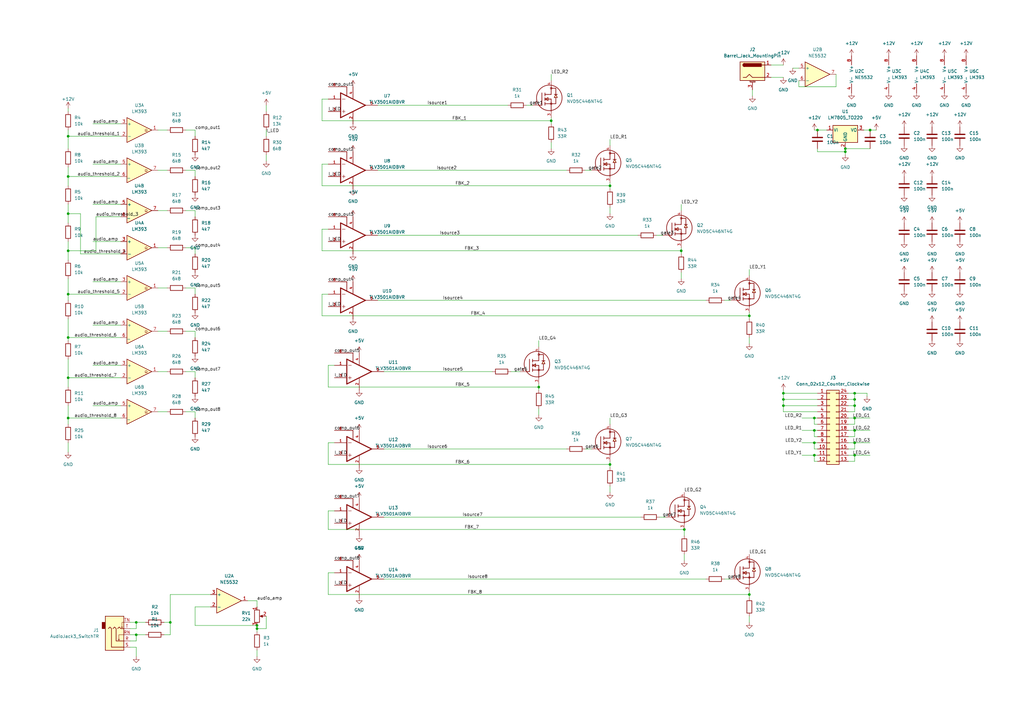
<source format=kicad_sch>
(kicad_sch (version 20231120) (generator "eeschema") (generator_version "8.0")
  (paper "A3")
  (title_block (title "VU meter") (date "2023-01-01") (rev "1.2") (company "Maks & Nikodem"))
  (lib_symbols
    (symbol "Amplifier_Operational:NE5532" (pin_names (offset 0.127))
      (property "Reference" "U" (at 0 5.08 0))
      (property "Value" "NE5532" (at 0 -5.08 0))
      (symbol "NE5532_1_1"
        (pin output line (at 7.62 0 180) (length 2.54) (name "~") (number "1"))
        (pin input line (at -7.62 -2.54 0) (length 2.54) (name "-") (number "2"))
        (pin input line (at -7.62 2.54 0) (length 2.54) (name "+") (number "3"))
      )
      (symbol "NE5532_2_1"
        (pin input line (at -7.62 2.54 0) (length 2.54) (name "+") (number "5"))
        (pin input line (at -7.62 -2.54 0) (length 2.54) (name "-") (number "6"))
        (pin output line (at 7.62 0 180) (length 2.54) (name "~") (number "7"))
      )
      (symbol "NE5532_3_1"
        (pin power_in line (at -2.54 -7.62 90) (length 3.81) (name "V-") (number "4"))
        (pin power_in line (at -2.54 7.62 270) (length 3.81) (name "V+") (number "8"))
      )
    )
    (symbol "Comparator:LM393" (pin_names (offset 0.127))
      (property "Reference" "U" (at 3.81 3.81 0))
      (property "Value" "LM393" (at 6.35 -3.81 0))
      (symbol "LM393_1_1"
        (pin open_collector line (at 7.62 0 180) (length 2.54) (name "~") (number "1"))
        (pin input line (at -7.62 -2.54 0) (length 2.54) (name "-") (number "2"))
        (pin input line (at -7.62 2.54 0) (length 2.54) (name "+") (number "3"))
      )
      (symbol "LM393_2_1"
        (pin input line (at -7.62 2.54 0) (length 2.54) (name "+") (number "5"))
        (pin input line (at -7.62 -2.54 0) (length 2.54) (name "_") (number "6"))
        (pin open_collector line (at 7.62 0 180) (length 2.54) (name "~") (number "7"))
      )
      (symbol "LM393_3_1"
        (pin power_in line (at -2.54 -7.62 90) (length 3.81) (name "V-") (number "4"))
        (pin power_in line (at -2.54 7.62 270) (length 3.81) (name "V+") (number "8"))
      )
    )
    (symbol "Connector:AudioJack3_SwitchTR"
      (property "Reference" "J" (at 0 8.89 0))
      (property "Value" "AudioJack3_SwitchTR" (at 0 6.35 0))
      (symbol "AudioJack3_SwitchTR_1_1"
        (pin passive line (at 5.08 0 180) (length 2.54) (name "~") (number "R"))
        (pin passive line (at 5.08 -2.54 180) (length 2.54) (name "~") (number "RN"))
        (pin passive line (at 5.08 2.54 180) (length 2.54) (name "~") (number "S"))
        (pin passive line (at 5.08 -5.08 180) (length 2.54) (name "~") (number "T"))
        (pin passive line (at 5.08 -7.62 180) (length 2.54) (name "~") (number "TN"))
      )
    )
    (symbol "Connector:Barrel_Jack_MountingPin" (pin_names hide)
      (property "Reference" "J?" (at 0 8.89 0))
      (property "Value" "Barrel_Jack_MountingPin" (at 0 6.35 0))
      (symbol "Barrel_Jack_MountingPin_1_1"
        (text "Mounting" (at 0 -4.191 0) (effects (font (size 0.381 0.381))))
        (pin passive line (at 7.62 2.54 180) (length 2.54) (name "~") (number "1"))
        (pin passive line (at 7.62 -2.54 180) (length 2.54) (name "~") (number "2"))
        (pin passive line (at 0 -7.62 90) (length 3.048) (name "MountPin") (number "3"))
      )
    )
    (symbol "Connector_Generic:Conn_02x12_Counter_Clockwise" (pin_names (offset 1.016) hide)
      (property "Reference" "J" (at 1.27 15.24 0))
      (property "Value" "Conn_02x12_Counter_Clockwise" (at 1.27 -17.78 0))
      (symbol "Conn_02x12_Counter_Clockwise_1_1"
        (pin passive line (at -5.08 12.7 0) (length 3.81) (name "Pin_1") (number "1"))
        (pin passive line (at -5.08 -10.16 0) (length 3.81) (name "Pin_10") (number "10"))
        (pin passive line (at -5.08 -12.7 0) (length 3.81) (name "Pin_11") (number "11"))
        (pin passive line (at -5.08 -15.24 0) (length 3.81) (name "Pin_12") (number "12"))
        (pin passive line (at 7.62 -15.24 180) (length 3.81) (name "Pin_13") (number "13"))
        (pin passive line (at 7.62 -12.7 180) (length 3.81) (name "Pin_14") (number "14"))
        (pin passive line (at 7.62 -10.16 180) (length 3.81) (name "Pin_15") (number "15"))
        (pin passive line (at 7.62 -7.62 180) (length 3.81) (name "Pin_16") (number "16"))
        (pin passive line (at 7.62 -5.08 180) (length 3.81) (name "Pin_17") (number "17"))
        (pin passive line (at 7.62 -2.54 180) (length 3.81) (name "Pin_18") (number "18"))
        (pin passive line (at 7.62 0 180) (length 3.81) (name "Pin_19") (number "19"))
        (pin passive line (at -5.08 10.16 0) (length 3.81) (name "Pin_2") (number "2"))
        (pin passive line (at 7.62 2.54 180) (length 3.81) (name "Pin_20") (number "20"))
        (pin passive line (at 7.62 5.08 180) (length 3.81) (name "Pin_21") (number "21"))
        (pin passive line (at 7.62 7.62 180) (length 3.81) (name "Pin_22") (number "22"))
        (pin passive line (at 7.62 10.16 180) (length 3.81) (name "Pin_23") (number "23"))
        (pin passive line (at 7.62 12.7 180) (length 3.81) (name "Pin_24") (number "24"))
        (pin passive line (at -5.08 7.62 0) (length 3.81) (name "Pin_3") (number "3"))
        (pin passive line (at -5.08 5.08 0) (length 3.81) (name "Pin_4") (number "4"))
        (pin passive line (at -5.08 2.54 0) (length 3.81) (name "Pin_5") (number "5"))
        (pin passive line (at -5.08 0 0) (length 3.81) (name "Pin_6") (number "6"))
        (pin passive line (at -5.08 -2.54 0) (length 3.81) (name "Pin_7") (number "7"))
        (pin passive line (at -5.08 -5.08 0) (length 3.81) (name "Pin_8") (number "8"))
        (pin passive line (at -5.08 -7.62 0) (length 3.81) (name "Pin_9") (number "9"))
      )
    )
    (symbol "Device:C" (pin_numbers hide) (pin_names (offset 0.254))
      (property "Reference" "C" (at 0.635 2.54 0))
      (property "Value" "C" (at 0.635 -2.54 0))
      (symbol "C_1_1"
        (pin passive line (at 0 3.81 270) (length 2.794) (name "~") (number "1"))
        (pin passive line (at 0 -3.81 90) (length 2.794) (name "~") (number "2"))
      )
    )
    (symbol "Device:R" (pin_numbers hide) (pin_names (offset 0))
      (property "Reference" "R" (at 2.032 0 90))
      (property "Value" "R" (at 0 0 90))
      (symbol "R_1_1"
        (pin passive line (at 0 3.81 270) (length 1.27) (name "~") (number "1"))
        (pin passive line (at 0 -3.81 90) (length 1.27) (name "~") (number "2"))
      )
    )
    (symbol "Device:R_Potentiometer" (pin_names (offset 1.016) hide)
      (property "Reference" "RV" (at -4.445 0 90))
      (property "Value" "R_Potentiometer" (at -2.54 0 90))
      (symbol "R_Potentiometer_1_1"
        (pin passive line (at 0 3.81 270) (length 1.27) (name "1") (number "1"))
        (pin passive line (at 3.81 0 180) (length 1.27) (name "2") (number "2"))
        (pin passive line (at 0 -3.81 90) (length 1.27) (name "3") (number "3"))
      )
    )
    (symbol "NVD5C446NT4G:NVD5C446NT4G" (pin_names (offset 1.016) hide)
      (property "Reference" "Q" (at 7.62 2.54 0))
      (property "Value" "NVD5C446NT4G" (at 7.62 0 0))
      (symbol "NVD5C446NT4G_0_0"
        (pin passive line (at -5.08 -2.54 0) (length 2.54) (name "~") (number "1"))
        (pin passive line (at 2.54 -7.62 90) (length 2.54) (name "~") (number "3"))
        (pin passive line (at 2.54 7.62 270) (length 2.54) (name "~") (number "4"))
      )
    )
    (symbol "Regulator_Linear:LM7805_TO220" (pin_names (offset 0.254))
      (property "Reference" "U" (at -3.81 3.175 0))
      (property "Value" "LM7805_TO220" (at 0 3.175 0))
      (symbol "LM7805_TO220_1_1"
        (pin power_in line (at -7.62 0 0) (length 2.54) (name "VI") (number "1"))
        (pin power_in line (at 0 -7.62 90) (length 2.54) (name "GND") (number "2"))
        (pin power_out line (at 7.62 0 180) (length 2.54) (name "VO") (number "3"))
      )
    )
    (symbol "TLV3501AIDBVR:TLV3501AIDBVR" (pin_names (offset 1.016) hide)
      (property "Reference" "U" (at 2.54 3.175 0))
      (property "Value" "TLV3501AIDBVR" (at 2.54 -5.08 0))
      (symbol "TLV3501AIDBVR_0_0"
        (pin input line (at -10.16 2.54 0) (length 5.08) (name "~") (number "1"))
        (pin power_in line (at 0 -7.62 90) (length 5.08) (name "~") (number "2"))
        (pin input line (at -10.16 -2.54 0) (length 5.08) (name "~") (number "3"))
        (pin power_in line (at 0 7.62 270) (length 5.08) (name "~") (number "4"))
        (pin output line (at 10.16 0 180) (length 5.08) (name "~") (number "5"))
        (pin input line (at -10.16 7.62 0) (length 5.08) (name "~") (number "6"))
      )
    )
    (symbol "power:+12V" (power) (pin_names (offset 0))
      (property "Value" "+12V" (at 0 3.556 0))
      (symbol "+12V_1_1"
        (pin power_in line (at 0 0 90) (length 0) hide (name "+12V") (number "1"))
      )
    )
    (symbol "power:+5V" (power) (pin_names (offset 0))
      (property "Value" "+5V" (at 0 3.556 0))
      (symbol "+5V_1_1"
        (pin power_in line (at 0 0 90) (length 0) hide (name "+5V") (number "1"))
      )
    )
    (symbol "power:GND" (power) (pin_names (offset 0))
      (property "Value" "GND" (at 0 -3.81 0))
      (symbol "GND_1_1"
        (pin power_in line (at 0 0 270) (length 0) hide (name "GND") (number "1"))
      )
    )
  )
  (junction (at 334.01 171.45))
  (junction (at 27.94 120.65))
  (junction (at 334.01 176.53))
  (junction (at 307.34 243.84))
  (junction (at 27.94 72.39))
  (junction (at 105.41 256.54))
  (junction (at 250.19 190.5))
  (junction (at 55.88 260.35))
  (junction (at 27.94 138.43))
  (junction (at 334.01 186.69))
  (junction (at 350.52 171.45))
  (junction (at 69.85 255.27))
  (junction (at 279.4 102.87))
  (junction (at 105.41 257.81))
  (junction (at 27.94 102.87))
  (junction (at 307.34 129.54))
  (junction (at 346.71 60.96))
  (junction (at 334.01 181.61))
  (junction (at 27.94 171.45))
  (junction (at 350.52 166.37))
  (junction (at 346.71 62.23))
  (junction (at 321.31 161.29))
  (junction (at 356.87 53.34))
  (junction (at 27.94 55.88))
  (junction (at 226.06 49.53))
  (junction (at 27.94 154.94))
  (junction (at 350.52 163.83))
  (junction (at 350.52 181.61))
  (junction (at 350.52 161.29))
  (junction (at 350.52 176.53))
  (junction (at 27.94 87.63))
  (junction (at 280.67 217.17))
  (junction (at 335.28 53.34))
  (junction (at 321.31 163.83))
  (junction (at 350.52 186.69))
  (junction (at 55.88 255.27))
  (junction (at 321.31 166.37))
  (junction (at 220.98 158.75))
  (junction (at 250.19 76.2))
  (wire (pts (xy 154.94 96.52) (xy 261.62 96.52)))
  (wire (pts (xy 335.28 60.96) (xy 335.28 62.23)))
  (wire (pts (xy 342.9 35.56) (xy 327.66 35.56)))
  (wire (pts (xy 307.34 138.43) (xy 307.34 140.97)))
  (wire (pts (xy 226.06 48.26) (xy 226.06 49.53)))
  (wire (pts (xy 76.2 101.6) (xy 80.01 101.6)))
  (wire (pts (xy 64.77 101.6) (xy 68.58 101.6)))
  (wire (pts (xy 134.62 158.75) (xy 134.62 149.86)))
  (wire (pts (xy 209.55 152.4) (xy 213.36 152.4)))
  (wire (pts (xy 280.67 217.17) (xy 280.67 219.71)))
  (wire (pts (xy 105.41 266.7) (xy 105.41 269.24)))
  (wire (pts (xy 334.01 53.34) (xy 335.28 53.34)))
  (wire (pts (xy 132.08 129.54) (xy 132.08 120.65)))
  (wire (pts (xy 226.06 30.48) (xy 226.06 33.02)))
  (wire (pts (xy 157.48 152.4) (xy 201.93 152.4)))
  (wire (pts (xy 289.56 123.19) (xy 154.94 123.19)))
  (wire (pts (xy 297.18 123.19) (xy 299.72 123.19)))
  (wire (pts (xy 347.98 168.91) (xy 350.52 168.91)))
  (wire (pts (xy 27.94 99.06) (xy 27.94 102.87)))
  (wire (pts (xy 134.62 243.84) (xy 307.34 243.84)))
  (wire (pts (xy 279.4 102.87) (xy 279.4 104.14)))
  (wire (pts (xy 335.28 62.23) (xy 346.71 62.23)))
  (wire (pts (xy 297.18 237.49) (xy 299.72 237.49)))
  (wire (pts (xy 328.93 176.53) (xy 334.01 176.53)))
  (wire (pts (xy 76.2 135.89) (xy 80.01 135.89)))
  (wire (pts (xy 38.1 166.37) (xy 49.53 166.37)))
  (wire (pts (xy 80.01 69.85) (xy 80.01 72.39)))
  (wire (pts (xy 64.77 118.11) (xy 68.58 118.11)))
  (wire (pts (xy 325.12 27.94) (xy 327.66 27.94)))
  (wire (pts (xy 76.2 168.91) (xy 80.01 168.91)))
  (wire (pts (xy 109.22 252.73) (xy 109.22 257.81)))
  (wire (pts (xy 334.01 186.69) (xy 335.28 186.69)))
  (wire (pts (xy 53.34 255.27) (xy 55.88 255.27)))
  (wire (pts (xy 27.94 68.58) (xy 27.94 72.39)))
  (wire (pts (xy 220.98 158.75) (xy 220.98 160.02)))
  (wire (pts (xy 250.19 74.93) (xy 250.19 76.2)))
  (wire (pts (xy 64.77 168.91) (xy 68.58 168.91)))
  (wire (pts (xy 321.31 163.83) (xy 321.31 161.29)))
  (wire (pts (xy 27.94 147.32) (xy 27.94 154.94)))
  (wire (pts (xy 334.01 184.15) (xy 334.01 181.61)))
  (wire (pts (xy 215.9 43.18) (xy 218.44 43.18)))
  (wire (pts (xy 307.34 110.49) (xy 307.34 113.03)))
  (wire (pts (xy 38.1 99.06) (xy 49.53 99.06)))
  (wire (pts (xy 55.88 265.43) (xy 55.88 269.24)))
  (wire (pts (xy 27.94 154.94) (xy 27.94 158.75)))
  (wire (pts (xy 220.98 167.64) (xy 220.98 170.18)))
  (wire (pts (xy 308.61 36.83) (xy 308.61 39.37)))
  (wire (pts (xy 27.94 87.63) (xy 27.94 91.44)))
  (wire (pts (xy 208.28 43.18) (xy 154.94 43.18)))
  (wire (pts (xy 27.94 120.65) (xy 49.53 120.65)))
  (wire (pts (xy 105.41 257.81) (xy 105.41 256.54)))
  (wire (pts (xy 154.94 69.85) (xy 232.41 69.85)))
  (wire (pts (xy 49.53 88.9) (xy 39.37 88.9)))
  (wire (pts (xy 27.94 44.45) (xy 27.94 45.72)))
  (wire (pts (xy 250.19 76.2) (xy 250.19 77.47)))
  (wire (pts (xy 80.01 168.91) (xy 80.01 171.45)))
  (wire (pts (xy 76.2 53.34) (xy 80.01 53.34)))
  (wire (pts (xy 334.01 181.61) (xy 335.28 181.61)))
  (wire (pts (xy 220.98 157.48) (xy 220.98 158.75)))
  (wire (pts (xy 27.94 138.43) (xy 27.94 139.7)))
  (wire (pts (xy 109.22 43.18) (xy 109.22 45.72)))
  (wire (pts (xy 350.52 161.29) (xy 347.98 161.29)))
  (wire (pts (xy 346.71 60.96) (xy 356.87 60.96)))
  (wire (pts (xy 39.37 102.87) (xy 27.94 102.87)))
  (wire (pts (xy 334.01 189.23) (xy 334.01 186.69)))
  (wire (pts (xy 328.93 186.69) (xy 334.01 186.69)))
  (wire (pts (xy 226.06 49.53) (xy 226.06 50.8)))
  (wire (pts (xy 335.28 189.23) (xy 334.01 189.23)))
  (wire (pts (xy 67.31 255.27) (xy 69.85 255.27)))
  (wire (pts (xy 33.02 104.14) (xy 33.02 87.63)))
  (wire (pts (xy 356.87 53.34) (xy 359.41 53.34)))
  (wire (pts (xy 69.85 255.27) (xy 69.85 260.35)))
  (wire (pts (xy 350.52 184.15) (xy 350.52 181.61)))
  (wire (pts (xy 347.98 163.83) (xy 350.52 163.83)))
  (wire (pts (xy 134.62 181.61) (xy 137.16 181.61)))
  (wire (pts (xy 350.52 163.83) (xy 350.52 161.29)))
  (wire (pts (xy 134.62 158.75) (xy 220.98 158.75)))
  (wire (pts (xy 27.94 138.43) (xy 49.53 138.43)))
  (wire (pts (xy 335.28 168.91) (xy 321.31 168.91)))
  (wire (pts (xy 105.41 248.92) (xy 105.41 246.38)))
  (wire (pts (xy 279.4 111.76) (xy 279.4 114.3)))
  (wire (pts (xy 27.94 72.39) (xy 27.94 76.2)))
  (wire (pts (xy 27.94 171.45) (xy 49.53 171.45)))
  (wire (pts (xy 64.77 53.34) (xy 68.58 53.34)))
  (wire (pts (xy 327.66 35.56) (xy 327.66 33.02)))
  (wire (pts (xy 33.02 87.63) (xy 27.94 87.63)))
  (wire (pts (xy 27.94 130.81) (xy 27.94 138.43)))
  (wire (pts (xy 346.71 62.23) (xy 346.71 63.5)))
  (wire (pts (xy 347.98 189.23) (xy 350.52 189.23)))
  (wire (pts (xy 132.08 76.2) (xy 132.08 67.31)))
  (wire (pts (xy 134.62 217.17) (xy 134.62 209.55)))
  (wire (pts (xy 49.53 104.14) (xy 33.02 104.14)))
  (wire (pts (xy 55.88 262.89) (xy 55.88 260.35)))
  (wire (pts (xy 355.6 161.29) (xy 350.52 161.29)))
  (wire (pts (xy 347.98 181.61) (xy 350.52 181.61)))
  (wire (pts (xy 27.94 55.88) (xy 49.53 55.88)))
  (wire (pts (xy 132.08 67.31) (xy 134.62 67.31)))
  (wire (pts (xy 347.98 176.53) (xy 350.52 176.53)))
  (wire (pts (xy 350.52 176.53) (xy 356.87 176.53)))
  (wire (pts (xy 105.41 246.38) (xy 101.6 246.38)))
  (wire (pts (xy 134.62 217.17) (xy 280.67 217.17)))
  (wire (pts (xy 38.1 115.57) (xy 49.53 115.57)))
  (wire (pts (xy 80.01 53.34) (xy 80.01 55.88)))
  (wire (pts (xy 250.19 199.39) (xy 250.19 201.93)))
  (wire (pts (xy 109.22 257.81) (xy 105.41 257.81)))
  (wire (pts (xy 350.52 173.99) (xy 350.52 171.45)))
  (wire (pts (xy 38.1 67.31) (xy 49.53 67.31)))
  (wire (pts (xy 27.94 72.39) (xy 49.53 72.39)))
  (wire (pts (xy 38.1 133.35) (xy 49.53 133.35)))
  (wire (pts (xy 134.62 190.5) (xy 250.19 190.5)))
  (wire (pts (xy 350.52 168.91) (xy 350.52 166.37)))
  (wire (pts (xy 334.01 171.45) (xy 335.28 171.45)))
  (wire (pts (xy 355.6 162.56) (xy 355.6 161.29)))
  (wire (pts (xy 220.98 139.7) (xy 220.98 142.24)))
  (wire (pts (xy 269.24 96.52) (xy 271.78 96.52)))
  (wire (pts (xy 347.98 179.07) (xy 350.52 179.07)))
  (wire (pts (xy 80.01 248.92) (xy 80.01 256.54)))
  (wire (pts (xy 132.08 129.54) (xy 307.34 129.54)))
  (wire (pts (xy 76.2 69.85) (xy 80.01 69.85)))
  (wire (pts (xy 157.48 184.15) (xy 232.41 184.15)))
  (wire (pts (xy 335.28 166.37) (xy 321.31 166.37)))
  (wire (pts (xy 347.98 171.45) (xy 350.52 171.45)))
  (wire (pts (xy 334.01 176.53) (xy 335.28 176.53)))
  (wire (pts (xy 27.94 114.3) (xy 27.94 120.65)))
  (wire (pts (xy 80.01 135.89) (xy 80.01 138.43)))
  (wire (pts (xy 53.34 262.89) (xy 55.88 262.89)))
  (wire (pts (xy 80.01 152.4) (xy 80.01 154.94)))
  (wire (pts (xy 132.08 49.53) (xy 226.06 49.53)))
  (wire (pts (xy 55.88 257.81) (xy 55.88 255.27)))
  (wire (pts (xy 335.28 163.83) (xy 321.31 163.83)))
  (wire (pts (xy 350.52 166.37) (xy 350.52 163.83)))
  (wire (pts (xy 27.94 154.94) (xy 49.53 154.94)))
  (wire (pts (xy 321.31 168.91) (xy 321.31 166.37)))
  (wire (pts (xy 80.01 101.6) (xy 80.01 104.14)))
  (wire (pts (xy 347.98 184.15) (xy 350.52 184.15)))
  (wire (pts (xy 321.31 161.29) (xy 335.28 161.29)))
  (wire (pts (xy 346.71 60.96) (xy 346.71 62.23)))
  (wire (pts (xy 27.94 171.45) (xy 27.94 173.99)))
  (wire (pts (xy 307.34 242.57) (xy 307.34 243.84)))
  (wire (pts (xy 132.08 40.64) (xy 134.62 40.64)))
  (wire (pts (xy 240.03 69.85) (xy 242.57 69.85)))
  (wire (pts (xy 134.62 234.95) (xy 137.16 234.95)))
  (wire (pts (xy 55.88 260.35) (xy 59.69 260.35)))
  (wire (pts (xy 27.94 181.61) (xy 27.94 185.42)))
  (wire (pts (xy 132.08 102.87) (xy 279.4 102.87)))
  (wire (pts (xy 347.98 173.99) (xy 350.52 173.99)))
  (wire (pts (xy 64.77 135.89) (xy 68.58 135.89)))
  (wire (pts (xy 342.9 30.48) (xy 342.9 35.56)))
  (wire (pts (xy 53.34 260.35) (xy 55.88 260.35)))
  (wire (pts (xy 335.28 173.99) (xy 334.01 173.99)))
  (wire (pts (xy 64.77 152.4) (xy 68.58 152.4)))
  (wire (pts (xy 134.62 149.86) (xy 137.16 149.86)))
  (wire (pts (xy 350.52 179.07) (xy 350.52 176.53)))
  (wire (pts (xy 270.51 212.09) (xy 273.05 212.09)))
  (wire (pts (xy 328.93 171.45) (xy 334.01 171.45)))
  (wire (pts (xy 279.4 83.82) (xy 279.4 86.36)))
  (wire (pts (xy 350.52 186.69) (xy 356.87 186.69)))
  (wire (pts (xy 335.28 179.07) (xy 334.01 179.07)))
  (wire (pts (xy 250.19 190.5) (xy 250.19 191.77)))
  (wire (pts (xy 76.2 152.4) (xy 80.01 152.4)))
  (wire (pts (xy 328.93 181.61) (xy 334.01 181.61)))
  (wire (pts (xy 86.36 248.92) (xy 80.01 248.92)))
  (wire (pts (xy 38.1 50.8) (xy 49.53 50.8)))
  (wire (pts (xy 134.62 209.55) (xy 137.16 209.55)))
  (wire (pts (xy 27.94 55.88) (xy 27.94 60.96)))
  (wire (pts (xy 132.08 93.98) (xy 134.62 93.98)))
  (wire (pts (xy 39.37 88.9) (xy 39.37 102.87)))
  (wire (pts (xy 132.08 102.87) (xy 132.08 93.98)))
  (wire (pts (xy 134.62 190.5) (xy 134.62 181.61)))
  (wire (pts (xy 335.28 184.15) (xy 334.01 184.15)))
  (wire (pts (xy 76.2 118.11) (xy 80.01 118.11)))
  (wire (pts (xy 354.33 53.34) (xy 356.87 53.34)))
  (wire (pts (xy 27.94 53.34) (xy 27.94 55.88)))
  (wire (pts (xy 250.19 57.15) (xy 250.19 59.69)))
  (wire (pts (xy 53.34 265.43) (xy 55.88 265.43)))
  (wire (pts (xy 80.01 256.54) (xy 105.41 256.54)))
  (wire (pts (xy 280.67 227.33) (xy 280.67 229.87)))
  (wire (pts (xy 334.01 179.07) (xy 334.01 176.53)))
  (wire (pts (xy 250.19 189.23) (xy 250.19 190.5)))
  (wire (pts (xy 347.98 166.37) (xy 350.52 166.37)))
  (wire (pts (xy 69.85 243.84) (xy 69.85 255.27)))
  (wire (pts (xy 316.23 26.67) (xy 321.31 26.67)))
  (wire (pts (xy 55.88 255.27) (xy 59.69 255.27)))
  (wire (pts (xy 27.94 120.65) (xy 27.94 123.19)))
  (wire (pts (xy 307.34 128.27) (xy 307.34 129.54)))
  (wire (pts (xy 27.94 102.87) (xy 27.94 106.68)))
  (wire (pts (xy 132.08 49.53) (xy 132.08 40.64)))
  (wire (pts (xy 134.62 243.84) (xy 134.62 234.95)))
  (wire (pts (xy 307.34 252.73) (xy 307.34 255.27)))
  (wire (pts (xy 250.19 171.45) (xy 250.19 173.99)))
  (wire (pts (xy 157.48 212.09) (xy 262.89 212.09)))
  (wire (pts (xy 38.1 149.86) (xy 49.53 149.86)))
  (wire (pts (xy 64.77 86.36) (xy 68.58 86.36)))
  (wire (pts (xy 80.01 118.11) (xy 80.01 120.65)))
  (wire (pts (xy 132.08 120.65) (xy 134.62 120.65)))
  (wire (pts (xy 109.22 63.5) (xy 109.22 66.04)))
  (wire (pts (xy 289.56 237.49) (xy 157.48 237.49)))
  (wire (pts (xy 76.2 86.36) (xy 80.01 86.36)))
  (wire (pts (xy 109.22 53.34) (xy 109.22 55.88)))
  (wire (pts (xy 53.34 257.81) (xy 55.88 257.81)))
  (wire (pts (xy 307.34 129.54) (xy 307.34 130.81)))
  (wire (pts (xy 132.08 76.2) (xy 250.19 76.2)))
  (wire (pts (xy 27.94 83.82) (xy 27.94 87.63)))
  (wire (pts (xy 321.31 166.37) (xy 321.31 163.83)))
  (wire (pts (xy 67.31 260.35) (xy 69.85 260.35)))
  (wire (pts (xy 27.94 166.37) (xy 27.94 171.45)))
  (wire (pts (xy 105.41 259.08) (xy 105.41 257.81)))
  (wire (pts (xy 80.01 86.36) (xy 80.01 88.9)))
  (wire (pts (xy 316.23 31.75) (xy 321.31 31.75)))
  (wire (pts (xy 307.34 243.84) (xy 307.34 245.11)))
  (wire (pts (xy 250.19 85.09) (xy 250.19 87.63)))
  (wire (pts (xy 334.01 173.99) (xy 334.01 171.45)))
  (wire (pts (xy 335.28 53.34) (xy 339.09 53.34)))
  (wire (pts (xy 226.06 58.42) (xy 226.06 60.96)))
  (wire (pts (xy 38.1 83.82) (xy 49.53 83.82)))
  (wire (pts (xy 350.52 171.45) (xy 356.87 171.45)))
  (wire (pts (xy 86.36 243.84) (xy 69.85 243.84)))
  (wire (pts (xy 321.31 160.02) (xy 321.31 161.29)))
  (wire (pts (xy 64.77 69.85) (xy 68.58 69.85)))
  (wire (pts (xy 350.52 189.23) (xy 350.52 186.69)))
  (wire (pts (xy 350.52 181.61) (xy 356.87 181.61)))
  (wire (pts (xy 240.03 184.15) (xy 242.57 184.15)))
  (wire (pts (xy 347.98 186.69) (xy 350.52 186.69)))
  (wire (pts (xy 279.4 101.6) (xy 279.4 102.87)))
  (label "audio_threshold_2" (at 31.75 72.39 0))
  (label "FBK_3" (at 190.5 102.87 0))
  (label "I_LED" (at 134.62 99.06 0))
  (label "FBK_2" (at 186.69 76.2 0))
  (label "comp_out5" (at 137.16 144.78 0))
  (label "gate3" (at 270.9101 96.52 0))
  (label "Isource8" (at 191.77 237.49 0))
  (label "audio_threshold_6" (at 30.48 138.43 0))
  (label "comp_out5" (at 80.01 118.11 0))
  (label "comp_out2" (at 80.01 69.85 0))
  (label "I_LED" (at 137.16 214.63 0))
  (label "audio_amp" (at 38.1 50.8 0))
  (label "Isource6" (at 175.26 184.15 0))
  (label "I_LED" (at 134.62 72.39 0))
  (label "comp_out7" (at 80.01 152.4 0))
  (label "audio_amp" (at 38.1 83.82 0))
  (label "comp_out6" (at 137.16 176.53 0))
  (label "Isource5" (at 181.61 152.4 0))
  (label "LED_G1" (at 356.87 171.45 180))
  (label "I_LED" (at 109.22 54.61 0))
  (label "LED_R1" (at 328.93 176.53 180))
  (label "I_LED" (at 137.16 240.03 0))
  (label "I_LED" (at 134.62 125.73 0))
  (label "comp_out3" (at 134.62 88.9 0))
  (label "FBK_6" (at 186.69 190.5 0))
  (label "FBK_5" (at 186.69 158.75 0))
  (label "Isource7" (at 189.6837 212.09 0))
  (label "LED_G3" (at 250.19 171.45 0))
  (label "FBK_8" (at 191.77 243.84 0))
  (label "comp_out2" (at 134.62 62.23 0))
  (label "comp_out1" (at 134.62 35.56 0))
  (label "audio_amp" (at 38.1 115.57 0))
  (label "audio_threshold_4" (at 34.29 104.14 0))
  (label "LED_Y1" (at 328.93 186.69 180))
  (label "LED_G2" (at 280.67 201.93 0))
  (label "comp_out8" (at 80.01 168.91 0))
  (label "comp_out8" (at 137.16 229.87 0))
  (label "I_LED" (at 137.16 186.69 0))
  (label "Isource3" (at 180.34 96.52 0))
  (label "LED_G2" (at 356.87 176.53 180))
  (label "Isource4" (at 181.61 123.19 0))
  (label "FBK_7" (at 190.5 217.17 0))
  (label "LED_G3" (at 356.87 181.61 180))
  (label "Isource2" (at 179.07 69.85 0))
  (label "I_LED" (at 137.16 154.94 0))
  (label "gate5" (at 210.82 152.4 0))
  (label "LED_G1" (at 307.34 227.33 0))
  (label "LED_Y2" (at 328.93 181.61 180))
  (label "LED_R2" (at 226.06 30.48 0))
  (label "LED_G4" (at 356.87 186.69 180))
  (label "Isource1" (at 175.26 43.18 0))
  (label "comp_out1" (at 80.01 53.34 0))
  (label "audio_threshold_3" (at 39.37 88.9 0))
  (label "gate6" (at 240.03 184.15 0))
  (label "LED_R2" (at 328.93 171.45 180))
  (label "audio_threshold_8" (at 30.48 171.45 0))
  (label "audio_threshold_5" (at 31.75 120.65 0))
  (label "audio_amp" (at 38.1 67.31 0))
  (label "comp_out6" (at 80.01 135.89 0))
  (label "FBK_1" (at 185.42 49.53 0))
  (label "comp_out3" (at 80.01 86.36 0))
  (label "I_LED" (at 134.62 45.72 0))
  (label "audio_amp" (at 38.1 149.86 0))
  (label "comp_out7" (at 137.16 204.47 0))
  (label "comp_out4" (at 80.01 101.6 0))
  (label "audio_amp" (at 105.41 246.38 0))
  (label "gate4" (at 298.45 123.19 0))
  (label "gate1" (at 217.17 43.18 0))
  (label "LED_Y2" (at 279.4 83.82 0))
  (label "FBK_4" (at 193.04 129.54 0))
  (label "audio_amp" (at 38.1 133.35 0))
  (label "LED_Y1" (at 307.34 110.49 0))
  (label "gate2" (at 241.3 69.85 0))
  (label "gate8" (at 298.45 237.49 0))
  (label "audio_amp" (at 38.1 99.06 0))
  (label "audio_threshold_7" (at 30.48 154.94 0))
  (label "LED_G4" (at 220.98 139.7 0))
  (label "gate7" (at 271.78 212.09 0))
  (label "comp_out4" (at 134.62 115.57 0))
  (label "LED_R1" (at 250.19 57.15 0))
  (label "audio_threshold_1" (at 31.75 55.88 0))
  (label "audio_amp" (at 38.1 166.37 0))
  (symbol (lib_id "NVD5C446NT4G:NVD5C446NT4G") (at 304.8 234.95 0) (unit 1)
    (property "Reference" "Q8" (at 313.69 233.3497 0) (effects (justify left)))
    (property "Value" "NVD5C446NT4G" (at 313.69 235.8897 0) (effects (justify left)))
    (property "Footprint" "DPAK229P990X238-4N:DPAK229P990X238-4N" (effects (hide yes)))
    (property "STANDARD" "IPC-7351B" (effects (hide yes)))
    (property "MANUFACTURER" "ON Semiconductor" (effects (hide yes)))
    (property "PARTREV" "0" (effects (hide yes)))
  )
  (symbol (lib_id "Comparator:LM393") (at 389.89 30.48 0) (unit 3)
    (property "Reference" "U5" (at 388.62 29.2099 0) (effects (justify left)))
    (property "Value" "LM393" (at 388.62 31.7499 0) (effects (justify left)))
    (property "Footprint" "Package_SO:SO-8_3.9x4.9mm_P1.27mm" (effects (hide yes)))
    (property "Datasheet" "http://www.ti.com/lit/ds/symlink/lm393.pdf" (effects (hide yes)))
  )
  (symbol (lib_id "NVD5C446NT4G:NVD5C446NT4G") (at 247.65 67.31 0) (unit 1)
    (property "Reference" "Q5" (at 256.54 65.7097 0) (effects (justify left)))
    (property "Value" "NVD5C446NT4G" (at 256.54 68.2497 0) (effects (justify left)))
    (property "Footprint" "DPAK229P990X238-4N:DPAK229P990X238-4N" (effects (hide yes)))
    (property "STANDARD" "IPC-7351B" (effects (hide yes)))
    (property "MANUFACTURER" "ON Semiconductor" (effects (hide yes)))
    (property "PARTREV" "0" (effects (hide yes)))
  )
  (symbol (lib_id "power:GND") (at 27.94 185.42 0) (unit 1)
    (property "Reference" "#PWR02" (effects (hide yes)))
    (property "Value" "GND" (at 27.94 190.5 0))
  )
  (symbol (lib_id "Device:R") (at 293.37 123.19 270) (unit 1)
    (property "Reference" "R34" (at 293.37 116.84 90))
    (property "Value" "1k" (at 293.37 119.38 90))
    (property "Footprint" "Resistor_SMD:R_0603_1608Metric_Pad0.98x0.95mm_HandSolder" (effects (hide yes)))
  )
  (symbol (lib_id "Device:R") (at 80.01 92.71 180) (unit 1)
    (property "Reference" "R18" (at 82.55 91.4399 0) (effects (justify right)))
    (property "Value" "4k7" (at 82.55 93.9799 0) (effects (justify right)))
    (property "Footprint" "Resistor_SMD:R_0603_1608Metric_Pad0.98x0.95mm_HandSolder" (effects (hide yes)))
  )
  (symbol (lib_id "power:+12V") (at 382.27 72.39 0) (unit 1)
    (property "Reference" "#PWR066" (effects (hide yes)))
    (property "Value" "+12V" (at 382.27 67.31 0))
  )
  (symbol (lib_id "Device:C") (at 393.7 135.89 0) (unit 1)
    (property "Reference" "C11" (at 397.51 134.6199 0) (effects (justify left)))
    (property "Value" "100n" (at 397.51 137.1599 0) (effects (justify left)))
    (property "Footprint" "Capacitor_SMD:C_0603_1608Metric_Pad1.08x0.95mm_HandSolder" (effects (hide yes)))
  )
  (symbol (lib_id "Device:R") (at 250.19 195.58 180) (unit 1)
    (property "Reference" "R41" (at 252.73 194.3099 0) (effects (justify right)))
    (property "Value" "33R" (at 252.73 196.8499 0) (effects (justify right)))
    (property "Footprint" "Resistor_SMD:R_1210_3225Metric_Pad1.30x2.65mm_HandSolder" (effects (hide yes)))
  )
  (symbol (lib_id "power:GND") (at 80.01 146.05 0) (unit 1)
    (property "Reference" "#PWR09" (effects (hide yes)))
    (property "Value" "GND" (at 80.01 151.13 0))
  )
  (symbol (lib_id "Device:R") (at 63.5 260.35 90) (unit 1)
    (property "Reference" "R1" (at 63.5 254 90))
    (property "Value" "10k" (at 63.5 256.54 90))
    (property "Footprint" "Resistor_SMD:R_0603_1608Metric_Pad0.98x0.95mm_HandSolder" (effects (hide yes)))
  )
  (symbol (lib_id "power:+5V") (at 359.41 53.34 0) (unit 1)
    (property "Reference" "#PWR049" (effects (hide yes)))
    (property "Value" "+5V" (at 359.41 48.26 0))
  )
  (symbol (lib_id "Device:R") (at 307.34 248.92 180) (unit 1)
    (property "Reference" "R42" (at 309.88 247.6499 0) (effects (justify right)))
    (property "Value" "33R" (at 309.88 250.1899 0) (effects (justify right)))
    (property "Footprint" "Resistor_SMD:R_1210_3225Metric_Pad1.30x2.65mm_HandSolder" (effects (hide yes)))
  )
  (symbol (lib_id "Device:R") (at 27.94 110.49 180) (unit 1)
    (property "Reference" "R6" (at 30.48 109.2199 0) (effects (justify right)))
    (property "Value" "10k" (at 30.48 111.7599 0) (effects (justify right)))
    (property "Footprint" "Resistor_SMD:R_0603_1608Metric_Pad0.98x0.95mm_HandSolder" (effects (hide yes)))
  )
  (symbol (lib_id "Device:R") (at 236.22 69.85 270) (unit 1)
    (property "Reference" "R32" (at 236.22 63.5 90))
    (property "Value" "1k" (at 236.22 66.04 90))
    (property "Footprint" "Resistor_SMD:R_0603_1608Metric_Pad0.98x0.95mm_HandSolder" (effects (hide yes)))
  )
  (symbol (lib_id "Comparator:LM393") (at 57.15 152.4 0) (unit 1)
    (property "Reference" "U6" (at 57.15 142.24 0))
    (property "Value" "LM393" (at 57.15 144.78 0))
    (property "Footprint" "Package_SO:SO-8_3.9x4.9mm_P1.27mm" (effects (hide yes)))
    (property "Datasheet" "http://www.ti.com/lit/ds/symlink/lm393.pdf" (effects (hide yes)))
  )
  (symbol (lib_id "power:GND") (at 307.34 140.97 0) (unit 1)
    (property "Reference" "#PWR037" (effects (hide yes)))
    (property "Value" "GND" (at 307.34 146.05 0))
  )
  (symbol (lib_id "Comparator:LM393") (at 57.15 53.34 0) (unit 1)
    (property "Reference" "U3" (at 57.15 43.18 0))
    (property "Value" "LM393" (at 57.15 45.72 0))
    (property "Footprint" "Package_SO:SO-8_3.9x4.9mm_P1.27mm" (effects (hide yes)))
    (property "Datasheet" "http://www.ti.com/lit/ds/symlink/lm393.pdf" (effects (hide yes)))
  )
  (symbol (lib_id "power:+5V") (at 147.32 144.78 0) (unit 1)
    (property "Reference" "#PWR023" (effects (hide yes)))
    (property "Value" "+5V" (at 147.32 139.7 0))
  )
  (symbol (lib_id "power:GND") (at 80.01 128.27 0) (unit 1)
    (property "Reference" "#PWR08" (effects (hide yes)))
    (property "Value" "GND" (at 80.01 133.35 0))
  )
  (symbol (lib_id "Device:R") (at 27.94 95.25 180) (unit 1)
    (property "Reference" "R9" (at 30.48 93.9799 0) (effects (justify right)))
    (property "Value" "10k" (at 30.48 96.5199 0) (effects (justify right)))
    (property "Footprint" "Resistor_SMD:R_0603_1608Metric_Pad0.98x0.95mm_HandSolder" (effects (hide yes)))
  )
  (symbol (lib_id "power:GND") (at 280.67 229.87 0) (unit 1)
    (property "Reference" "#PWR036" (effects (hide yes)))
    (property "Value" "GND" (at 280.67 234.95 0))
  )
  (symbol (lib_id "TLV3501AIDBVR:TLV3501AIDBVR") (at 144.78 43.18 0) (unit 1)
    (property "Reference" "U7" (at 158.75 39.3192 0))
    (property "Value" "TLV3501AIDBVR" (at 158.75 41.8592 0))
    (property "Footprint" "SOT95P280X145-6N" (effects (hide yes)))
    (property "PARTREV" "E" (effects (hide yes)))
    (property "MANUFACTURER" "Texas Instruments" (effects (hide yes)))
    (property "MAXIMUM_PACKAGE_HEIGHT" "1.45mm" (effects (hide yes)))
    (property "STANDARD" "IPC-7351B" (effects (hide yes)))
  )
  (symbol (lib_id "power:GND") (at 147.32 245.11 0) (unit 1)
    (property "Reference" "#PWR030" (effects (hide yes)))
    (property "Value" "GND" (at 147.32 250.19 0))
  )
  (symbol (lib_id "power:+12V") (at 321.31 160.02 0) (unit 1)
    (property "Reference" "#PWR042" (effects (hide yes)))
    (property "Value" "+12V" (at 321.31 154.94 0))
  )
  (symbol (lib_id "power:GND") (at 325.12 27.94 0) (unit 1)
    (property "Reference" "#PWR044" (effects (hide yes)))
    (property "Value" "GND" (at 325.12 33.02 0))
  )
  (symbol (lib_id "NVD5C446NT4G:NVD5C446NT4G") (at 276.86 93.98 0) (unit 1)
    (property "Reference" "Q2" (at 285.75 92.3797 0) (effects (justify left)))
    (property "Value" "NVD5C446NT4G" (at 285.75 94.9197 0) (effects (justify left)))
    (property "Footprint" "DPAK229P990X238-4N:DPAK229P990X238-4N" (effects (hide yes)))
    (property "STANDARD" "IPC-7351B" (effects (hide yes)))
    (property "MANUFACTURER" "ON Semiconductor" (effects (hide yes)))
    (property "PARTREV" "0" (effects (hide yes)))
  )
  (symbol (lib_id "Comparator:LM393") (at 57.15 86.36 0) (unit 2)
    (property "Reference" "U4" (at 57.15 76.2 0))
    (property "Value" "LM393" (at 57.15 78.74 0))
    (property "Footprint" "Package_SO:SO-8_3.9x4.9mm_P1.27mm" (effects (hide yes)))
    (property "Datasheet" "http://www.ti.com/lit/ds/symlink/lm393.pdf" (effects (hide yes)))
  )
  (symbol (lib_id "Connector:Barrel_Jack_MountingPin") (at 308.61 29.21 0) (unit 1)
    (property "Reference" "J2" (at 308.61 20.32 0))
    (property "Value" "Barrel_Jack_MountingPin" (at 308.61 22.86 0))
    (property "Footprint" "Connector_BarrelJack:BarrelJack_CUI_PJ-102AH_Horizontal" (effects (hide yes)))
  )
  (symbol (lib_id "Device:C") (at 382.27 135.89 0) (unit 1)
    (property "Reference" "C10" (at 386.08 134.6199 0) (effects (justify left)))
    (property "Value" "100n" (at 386.08 137.1599 0) (effects (justify left)))
    (property "Footprint" "Capacitor_SMD:C_0603_1608Metric_Pad1.08x0.95mm_HandSolder" (effects (hide yes)))
  )
  (symbol (lib_id "Comparator:LM393") (at 398.78 30.48 0) (unit 3)
    (property "Reference" "U6" (at 397.51 29.2099 0) (effects (justify left)))
    (property "Value" "LM393" (at 397.51 31.7499 0) (effects (justify left)))
    (property "Footprint" "Package_SO:SO-8_3.9x4.9mm_P1.27mm" (effects (hide yes)))
    (property "Datasheet" "http://www.ti.com/lit/ds/symlink/lm393.pdf" (effects (hide yes)))
  )
  (symbol (lib_id "Device:R") (at 27.94 80.01 180) (unit 1)
    (property "Reference" "R5" (at 30.48 78.7399 0) (effects (justify right)))
    (property "Value" "10k" (at 30.48 81.2799 0) (effects (justify right)))
    (property "Footprint" "Resistor_SMD:R_0603_1608Metric_Pad0.98x0.95mm_HandSolder" (effects (hide yes)))
  )
  (symbol (lib_id "power:+12V") (at 349.25 22.86 0) (unit 1)
    (property "Reference" "#PWR047" (effects (hide yes)))
    (property "Value" "+12V" (at 349.25 17.78 0))
  )
  (symbol (lib_id "Device:R_Potentiometer") (at 105.41 252.73 0) (unit 1)
    (property "Reference" "RV1" (at 102.87 251.4599 0) (effects (justify right)))
    (property "Value" "22k" (at 102.87 253.9999 0) (effects (justify right)))
    (property "Footprint" "Potentiometer_THT:Potentiometer_Alpha_RD901F-40-00D_Single_Vertical" (effects (hide yes)))
  )
  (symbol (lib_id "Device:R") (at 205.74 152.4 270) (unit 1)
    (property "Reference" "R35" (at 205.74 146.05 90))
    (property "Value" "1k" (at 205.74 148.59 90))
    (property "Footprint" "Resistor_SMD:R_0603_1608Metric_Pad0.98x0.95mm_HandSolder" (effects (hide yes)))
  )
  (symbol (lib_id "Device:R") (at 212.09 43.18 270) (unit 1)
    (property "Reference" "R31" (at 212.09 36.83 90))
    (property "Value" "1k" (at 212.09 39.37 90))
    (property "Footprint" "Resistor_SMD:R_0603_1608Metric_Pad0.98x0.95mm_HandSolder" (effects (hide yes)))
  )
  (symbol (lib_id "power:+12V") (at 370.84 52.07 0) (unit 1)
    (property "Reference" "#PWR054" (effects (hide yes)))
    (property "Value" "+12V" (at 370.84 46.99 0))
  )
  (symbol (lib_id "Device:R") (at 72.39 86.36 270) (unit 1)
    (property "Reference" "R17" (at 72.39 80.01 90))
    (property "Value" "6k8" (at 72.39 82.55 90))
    (property "Footprint" "Resistor_SMD:R_0603_1608Metric_Pad0.98x0.95mm_HandSolder" (effects (hide yes)))
  )
  (symbol (lib_id "Device:C") (at 370.84 76.2 0) (unit 1)
    (property "Reference" "C12" (at 374.65 74.9299 0) (effects (justify left)))
    (property "Value" "100n" (at 374.65 77.4699 0) (effects (justify left)))
    (property "Footprint" "Capacitor_SMD:C_0603_1608Metric_Pad1.08x0.95mm_HandSolder" (effects (hide yes)))
  )
  (symbol (lib_id "power:+12V") (at 396.24 22.86 0) (unit 1)
    (property "Reference" "#PWR080" (effects (hide yes)))
    (property "Value" "+12V" (at 396.24 17.78 0))
  )
  (symbol (lib_id "TLV3501AIDBVR:TLV3501AIDBVR") (at 144.78 69.85 0) (unit 1)
    (property "Reference" "U8" (at 158.75 65.9892 0))
    (property "Value" "TLV3501AIDBVR" (at 158.75 68.5292 0))
    (property "Footprint" "SOT95P280X145-6N" (effects (hide yes)))
    (property "PARTREV" "E" (effects (hide yes)))
    (property "MANUFACTURER" "Texas Instruments" (effects (hide yes)))
    (property "MAXIMUM_PACKAGE_HEIGHT" "1.45mm" (effects (hide yes)))
    (property "STANDARD" "IPC-7351B" (effects (hide yes)))
  )
  (symbol (lib_id "Device:R") (at 72.39 168.91 270) (unit 1)
    (property "Reference" "R28" (at 72.39 162.56 90))
    (property "Value" "6k8" (at 72.39 165.1 90))
    (property "Footprint" "Resistor_SMD:R_0603_1608Metric_Pad0.98x0.95mm_HandSolder" (effects (hide yes)))
  )
  (symbol (lib_id "Comparator:LM393") (at 57.15 135.89 0) (unit 2)
    (property "Reference" "U5" (at 57.15 125.73 0))
    (property "Value" "LM393" (at 57.15 128.27 0))
    (property "Footprint" "Package_SO:SO-8_3.9x4.9mm_P1.27mm" (effects (hide yes)))
    (property "Datasheet" "http://www.ti.com/lit/ds/symlink/lm393.pdf" (effects (hide yes)))
  )
  (symbol (lib_id "power:GND") (at 370.84 99.06 0) (unit 1)
    (property "Reference" "#PWR059" (effects (hide yes)))
    (property "Value" "GND" (at 370.84 104.14 0))
  )
  (symbol (lib_id "Device:R") (at 72.39 53.34 270) (unit 1)
    (property "Reference" "R13" (at 72.39 46.99 90))
    (property "Value" "6k8" (at 72.39 49.53 90))
    (property "Footprint" "Resistor_SMD:R_0603_1608Metric_Pad0.98x0.95mm_HandSolder" (effects (hide yes)))
  )
  (symbol (lib_id "power:GND") (at 393.7 139.7 0) (unit 1)
    (property "Reference" "#PWR083" (effects (hide yes)))
    (property "Value" "GND" (at 393.7 144.78 0))
  )
  (symbol (lib_id "power:GND") (at 80.01 179.07 0) (unit 1)
    (property "Reference" "#PWR011" (effects (hide yes)))
    (property "Value" "GND" (at 80.01 184.15 0))
  )
  (symbol (lib_id "Device:R") (at 27.94 162.56 180) (unit 1)
    (property "Reference" "R11" (at 30.48 161.2899 0) (effects (justify right)))
    (property "Value" "10k" (at 30.48 163.8299 0) (effects (justify right)))
    (property "Footprint" "Resistor_SMD:R_0603_1608Metric_Pad0.98x0.95mm_HandSolder" (effects (hide yes)))
  )
  (symbol (lib_id "NVD5C446NT4G:NVD5C446NT4G") (at 304.8 120.65 0) (unit 1)
    (property "Reference" "Q6" (at 313.69 119.0497 0) (effects (justify left)))
    (property "Value" "NVD5C446NT4G" (at 313.69 121.5897 0) (effects (justify left)))
    (property "Footprint" "DPAK229P990X238-4N:DPAK229P990X238-4N" (effects (hide yes)))
    (property "STANDARD" "IPC-7351B" (effects (hide yes)))
    (property "MANUFACTURER" "ON Semiconductor" (effects (hide yes)))
    (property "PARTREV" "0" (effects (hide yes)))
  )
  (symbol (lib_id "Device:C") (at 393.7 115.57 0) (unit 1)
    (property "Reference" "C9" (at 397.51 114.2999 0) (effects (justify left)))
    (property "Value" "100n" (at 397.51 116.8399 0) (effects (justify left)))
    (property "Footprint" "Capacitor_SMD:C_0603_1608Metric_Pad1.08x0.95mm_HandSolder" (effects (hide yes)))
  )
  (symbol (lib_id "TLV3501AIDBVR:TLV3501AIDBVR") (at 147.32 237.49 0) (unit 1)
    (property "Reference" "U14" (at 161.29 233.6292 0))
    (property "Value" "TLV3501AIDBVR" (at 161.29 236.1692 0))
    (property "Footprint" "SOT95P280X145-6N" (effects (hide yes)))
    (property "PARTREV" "E" (effects (hide yes)))
    (property "MANUFACTURER" "Texas Instruments" (effects (hide yes)))
    (property "MAXIMUM_PACKAGE_HEIGHT" "1.45mm" (effects (hide yes)))
    (property "STANDARD" "IPC-7351B" (effects (hide yes)))
  )
  (symbol (lib_id "power:GND") (at 308.61 39.37 0) (unit 1)
    (property "Reference" "#PWR039" (effects (hide yes)))
    (property "Value" "GND" (at 308.61 44.45 0))
  )
  (symbol (lib_id "power:+5V") (at 382.27 91.44 0) (unit 1)
    (property "Reference" "#PWR068" (effects (hide yes)))
    (property "Value" "+5V" (at 382.27 86.36 0))
  )
  (symbol (lib_id "Regulator_Linear:LM7805_TO220") (at 346.71 53.34 0) (unit 1)
    (property "Reference" "U1" (at 346.71 45.72 0))
    (property "Value" "LM7805_TO220" (at 346.71 48.26 0))
    (property "Footprint" "Package_TO_SOT_SMD:TO-252-2" (effects (hide yes)))
    (property "Datasheet" "https://www.onsemi.cn/PowerSolutions/document/MC7800-D.PDF" (effects (hide yes)))
  )
  (symbol (lib_id "TLV3501AIDBVR:TLV3501AIDBVR") (at 147.32 212.09 0) (unit 1)
    (property "Reference" "U13" (at 161.29 208.2292 0))
    (property "Value" "TLV3501AIDBVR" (at 161.29 210.7692 0))
    (property "Footprint" "SOT95P280X145-6N" (effects (hide yes)))
    (property "PARTREV" "E" (effects (hide yes)))
    (property "MANUFACTURER" "Texas Instruments" (effects (hide yes)))
    (property "MAXIMUM_PACKAGE_HEIGHT" "1.45mm" (effects (hide yes)))
    (property "STANDARD" "IPC-7351B" (effects (hide yes)))
  )
  (symbol (lib_id "power:GND") (at 147.32 160.02 0) (unit 1)
    (property "Reference" "#PWR024" (effects (hide yes)))
    (property "Value" "GND" (at 147.32 165.1 0))
  )
  (symbol (lib_id "power:GND") (at 147.32 191.77 0) (unit 1)
    (property "Reference" "#PWR026" (effects (hide yes)))
    (property "Value" "GND" (at 147.32 196.85 0))
  )
  (symbol (lib_id "power:GND") (at 250.19 87.63 0) (unit 1)
    (property "Reference" "#PWR033" (effects (hide yes)))
    (property "Value" "GND" (at 250.19 92.71 0))
  )
  (symbol (lib_id "power:GND") (at 109.22 66.04 0) (unit 1)
    (property "Reference" "#PWR014" (effects (hide yes)))
    (property "Value" "GND" (at 109.22 71.12 0))
  )
  (symbol (lib_id "power:GND") (at 370.84 59.69 0) (unit 1)
    (property "Reference" "#PWR055" (effects (hide yes)))
    (property "Value" "GND" (at 370.84 64.77 0))
  )
  (symbol (lib_id "power:+5V") (at 147.32 204.47 0) (unit 1)
    (property "Reference" "#PWR027" (effects (hide yes)))
    (property "Value" "+5V" (at 147.32 199.39 0))
  )
  (symbol (lib_id "power:+5V") (at 382.27 132.08 0) (unit 1)
    (property "Reference" "#PWR050" (effects (hide yes)))
    (property "Value" "+5V" (at 382.27 127 0))
  )
  (symbol (lib_id "Device:C") (at 370.84 95.25 0) (unit 1)
    (property "Reference" "C4" (at 374.65 93.9799 0) (effects (justify left)))
    (property "Value" "100n" (at 374.65 96.5199 0) (effects (justify left)))
    (property "Footprint" "Capacitor_SMD:C_0603_1608Metric_Pad1.08x0.95mm_HandSolder" (effects (hide yes)))
  )
  (symbol (lib_id "Device:C") (at 382.27 115.57 0) (unit 1)
    (property "Reference" "C7" (at 386.08 114.2999 0) (effects (justify left)))
    (property "Value" "100n" (at 386.08 116.8399 0) (effects (justify left)))
    (property "Footprint" "Capacitor_SMD:C_0603_1608Metric_Pad1.08x0.95mm_HandSolder" (effects (hide yes)))
  )
  (symbol (lib_id "Device:R") (at 27.94 177.8 180) (unit 1)
    (property "Reference" "R25" (at 30.48 176.5299 0) (effects (justify right)))
    (property "Value" "10k" (at 30.48 179.0699 0) (effects (justify right)))
    (property "Footprint" "Resistor_SMD:R_0603_1608Metric_Pad0.98x0.95mm_HandSolder" (effects (hide yes)))
  )
  (symbol (lib_id "power:GND") (at 307.34 255.27 0) (unit 1)
    (property "Reference" "#PWR038" (effects (hide yes)))
    (property "Value" "GND" (at 307.34 260.35 0))
  )
  (symbol (lib_id "power:+5V") (at 144.78 115.57 0) (unit 1)
    (property "Reference" "#PWR021" (effects (hide yes)))
    (property "Value" "+5V" (at 144.78 110.49 0))
  )
  (symbol (lib_id "Device:C") (at 393.7 55.88 0) (unit 1)
    (property "Reference" "C15" (at 397.51 54.6099 0) (effects (justify left)))
    (property "Value" "100n" (at 397.51 57.1499 0) (effects (justify left)))
    (property "Footprint" "Capacitor_SMD:C_0603_1608Metric_Pad1.08x0.95mm_HandSolder" (effects (hide yes)))
  )
  (symbol (lib_id "TLV3501AIDBVR:TLV3501AIDBVR") (at 144.78 96.52 0) (unit 1)
    (property "Reference" "U9" (at 158.75 92.6592 0))
    (property "Value" "TLV3501AIDBVR" (at 158.75 95.1992 0))
    (property "Footprint" "SOT95P280X145-6N" (effects (hide yes)))
    (property "PARTREV" "E" (effects (hide yes)))
    (property "MANUFACTURER" "Texas Instruments" (effects (hide yes)))
    (property "MAXIMUM_PACKAGE_HEIGHT" "1.45mm" (effects (hide yes)))
    (property "STANDARD" "IPC-7351B" (effects (hide yes)))
  )
  (symbol (lib_id "Device:R") (at 72.39 118.11 270) (unit 1)
    (property "Reference" "R21" (at 72.39 111.76 90))
    (property "Value" "6k8" (at 72.39 114.3 90))
    (property "Footprint" "Resistor_SMD:R_0603_1608Metric_Pad0.98x0.95mm_HandSolder" (effects (hide yes)))
  )
  (symbol (lib_id "NVD5C446NT4G:NVD5C446NT4G") (at 223.52 40.64 0) (unit 1)
    (property "Reference" "Q1" (at 232.41 39.0397 0) (effects (justify left)))
    (property "Value" "NVD5C446NT4G" (at 232.41 41.5797 0) (effects (justify left)))
    (property "Footprint" "DPAK229P990X238-4N:DPAK229P990X238-4N" (effects (hide yes)))
    (property "STANDARD" "IPC-7351B" (effects (hide yes)))
    (property "MANUFACTURER" "ON Semiconductor" (effects (hide yes)))
    (property "PARTREV" "0" (effects (hide yes)))
  )
  (symbol (lib_id "power:+12V") (at 364.49 22.86 0) (unit 1)
    (property "Reference" "#PWR052" (effects (hide yes)))
    (property "Value" "+12V" (at 364.49 17.78 0))
  )
  (symbol (lib_id "NVD5C446NT4G:NVD5C446NT4G") (at 218.44 149.86 0) (unit 1)
    (property "Reference" "Q3" (at 227.33 148.2597 0) (effects (justify left)))
    (property "Value" "NVD5C446NT4G" (at 227.33 150.7997 0) (effects (justify left)))
    (property "Footprint" "DPAK229P990X238-4N:DPAK229P990X238-4N" (effects (hide yes)))
    (property "STANDARD" "IPC-7351B" (effects (hide yes)))
    (property "MANUFACTURER" "ON Semiconductor" (effects (hide yes)))
    (property "PARTREV" "0" (effects (hide yes)))
  )
  (symbol (lib_id "power:GND") (at 370.84 119.38 0) (unit 1)
    (property "Reference" "#PWR061" (effects (hide yes)))
    (property "Value" "GND" (at 370.84 124.46 0))
  )
  (symbol (lib_id "Device:R") (at 80.01 175.26 180) (unit 1)
    (property "Reference" "R29" (at 82.55 173.9899 0) (effects (justify right)))
    (property "Value" "4k7" (at 82.55 176.5299 0) (effects (justify right)))
    (property "Footprint" "Resistor_SMD:R_0603_1608Metric_Pad0.98x0.95mm_HandSolder" (effects (hide yes)))
  )
  (symbol (lib_id "Device:R") (at 80.01 124.46 180) (unit 1)
    (property "Reference" "R22" (at 82.55 123.1899 0) (effects (justify right)))
    (property "Value" "4k7" (at 82.55 125.7299 0) (effects (justify right)))
    (property "Footprint" "Resistor_SMD:R_0603_1608Metric_Pad0.98x0.95mm_HandSolder" (effects (hide yes)))
  )
  (symbol (lib_id "power:+5V") (at 370.84 111.76 0) (unit 1)
    (property "Reference" "#PWR060" (effects (hide yes)))
    (property "Value" "+5V" (at 370.84 106.68 0))
  )
  (symbol (lib_id "Device:C") (at 356.87 57.15 0) (unit 1)
    (property "Reference" "C3" (at 360.68 55.8799 0) (effects (justify left)))
    (property "Value" "100n" (at 360.68 58.4199 0) (effects (justify left)))
    (property "Footprint" "Capacitor_SMD:C_0603_1608Metric_Pad1.08x0.95mm_HandSolder" (effects (hide yes)))
  )
  (symbol (lib_id "power:GND") (at 382.27 99.06 0) (unit 1)
    (property "Reference" "#PWR069" (effects (hide yes)))
    (property "Value" "GND" (at 382.27 104.14 0))
  )
  (symbol (lib_id "power:GND") (at 147.32 219.71 0) (unit 1)
    (property "Reference" "#PWR028" (effects (hide yes)))
    (property "Value" "GND" (at 147.32 224.79 0))
  )
  (symbol (lib_id "power:GND") (at 396.24 38.1 0) (unit 1)
    (property "Reference" "#PWR081" (effects (hide yes)))
    (property "Value" "GND" (at 396.24 43.18 0))
  )
  (symbol (lib_id "Device:R") (at 27.94 143.51 180) (unit 1)
    (property "Reference" "R7" (at 30.48 142.2399 0) (effects (justify right)))
    (property "Value" "10k" (at 30.48 144.7799 0) (effects (justify right)))
    (property "Footprint" "Resistor_SMD:R_0603_1608Metric_Pad0.98x0.95mm_HandSolder" (effects (hide yes)))
  )
  (symbol (lib_id "power:GND") (at 250.19 201.93 0) (unit 1)
    (property "Reference" "#PWR034" (effects (hide yes)))
    (property "Value" "GND" (at 250.19 207.01 0))
  )
  (symbol (lib_id "Device:C") (at 335.28 57.15 0) (unit 1)
    (property "Reference" "C1" (at 339.09 55.8799 0) (effects (justify left)))
    (property "Value" "100n" (at 339.09 58.4199 0) (effects (justify left)))
    (property "Footprint" "Capacitor_SMD:C_0603_1608Metric_Pad1.08x0.95mm_HandSolder" (effects (hide yes)))
  )
  (symbol (lib_id "power:GND") (at 346.71 63.5 0) (unit 1)
    (property "Reference" "#PWR046" (effects (hide yes)))
    (property "Value" "GND" (at 346.71 68.58 0))
  )
  (symbol (lib_id "power:GND") (at 80.01 63.5 0) (unit 1)
    (property "Reference" "#PWR04" (effects (hide yes)))
    (property "Value" "GND" (at 80.01 68.58 0))
  )
  (symbol (lib_id "Device:R") (at 266.7 212.09 270) (unit 1)
    (property "Reference" "R37" (at 266.7 205.74 90))
    (property "Value" "1k" (at 266.7 208.28 90))
    (property "Footprint" "Resistor_SMD:R_0603_1608Metric_Pad0.98x0.95mm_HandSolder" (effects (hide yes)))
  )
  (symbol (lib_id "power:GND") (at 279.4 114.3 0) (unit 1)
    (property "Reference" "#PWR035" (effects (hide yes)))
    (property "Value" "GND" (at 279.4 119.38 0))
  )
  (symbol (lib_id "power:GND") (at 144.78 50.8 0) (unit 1)
    (property "Reference" "#PWR016" (effects (hide yes)))
    (property "Value" "GND" (at 144.78 55.88 0))
  )
  (symbol (lib_id "power:GND") (at 393.7 59.69 0) (unit 1)
    (property "Reference" "#PWR075" (effects (hide yes)))
    (property "Value" "GND" (at 393.7 64.77 0))
  )
  (symbol (lib_id "Device:R") (at 72.39 101.6 270) (unit 1)
    (property "Reference" "R19" (at 72.39 95.25 90))
    (property "Value" "6k8" (at 72.39 97.79 90))
    (property "Footprint" "Resistor_SMD:R_0603_1608Metric_Pad0.98x0.95mm_HandSolder" (effects (hide yes)))
  )
  (symbol (lib_id "Device:R") (at 27.94 49.53 180) (unit 1)
    (property "Reference" "R4" (at 30.48 48.2599 0) (effects (justify right)))
    (property "Value" "10k" (at 30.48 50.7999 0) (effects (justify right)))
    (property "Footprint" "Resistor_SMD:R_0603_1608Metric_Pad0.98x0.95mm_HandSolder" (effects (hide yes)))
  )
  (symbol (lib_id "Device:R") (at 109.22 59.69 180) (unit 1)
    (property "Reference" "R30" (at 111.76 58.4199 0) (effects (justify right)))
    (property "Value" "6k8" (at 111.76 60.9599 0) (effects (justify right)))
    (property "Footprint" "Resistor_SMD:R_0603_1608Metric_Pad0.98x0.95mm_HandSolder" (effects (hide yes)))
  )
  (symbol (lib_id "Comparator:LM393") (at 57.15 69.85 0) (unit 2)
    (property "Reference" "U3" (at 57.15 59.69 0))
    (property "Value" "LM393" (at 57.15 62.23 0))
    (property "Footprint" "Package_SO:SO-8_3.9x4.9mm_P1.27mm" (effects (hide yes)))
    (property "Datasheet" "http://www.ti.com/lit/ds/symlink/lm393.pdf" (effects (hide yes)))
  )
  (symbol (lib_id "power:GND") (at 382.27 119.38 0) (unit 1)
    (property "Reference" "#PWR071" (effects (hide yes)))
    (property "Value" "GND" (at 382.27 124.46 0))
  )
  (symbol (lib_id "power:+5V") (at 370.84 91.44 0) (unit 1)
    (property "Reference" "#PWR058" (effects (hide yes)))
    (property "Value" "+5V" (at 370.84 86.36 0))
  )
  (symbol (lib_id "Device:C") (at 370.84 115.57 0) (unit 1)
    (property "Reference" "C5" (at 374.65 114.2999 0) (effects (justify left)))
    (property "Value" "100n" (at 374.65 116.8399 0) (effects (justify left)))
    (property "Footprint" "Capacitor_SMD:C_0603_1608Metric_Pad1.08x0.95mm_HandSolder" (effects (hide yes)))
  )
  (symbol (lib_id "power:GND") (at 80.01 96.52 0) (unit 1)
    (property "Reference" "#PWR06" (effects (hide yes)))
    (property "Value" "GND" (at 80.01 101.6 0))
  )
  (symbol (lib_id "Device:R") (at 105.41 262.89 180) (unit 1)
    (property "Reference" "R3" (at 107.95 261.6199 0) (effects (justify right)))
    (property "Value" "1k" (at 107.95 264.1599 0) (effects (justify right)))
    (property "Footprint" "Resistor_SMD:R_0603_1608Metric_Pad0.98x0.95mm_HandSolder" (effects (hide yes)))
  )
  (symbol (lib_id "Amplifier_Operational:NE5532") (at 93.98 246.38 0) (unit 1)
    (property "Reference" "U2" (at 93.98 236.22 0))
    (property "Value" "NE5532" (at 93.98 238.76 0))
    (property "Footprint" "Package_SO:SOIC-8_3.9x4.9mm_P1.27mm" (effects (hide yes)))
    (property "Datasheet" "http://www.ti.com/lit/ds/symlink/ne5532.pdf" (effects (hide yes)))
  )
  (symbol (lib_id "Device:R") (at 293.37 237.49 270) (unit 1)
    (property "Reference" "R38" (at 293.37 231.14 90))
    (property "Value" "1k" (at 293.37 233.68 90))
    (property "Footprint" "Resistor_SMD:R_0603_1608Metric_Pad0.98x0.95mm_HandSolder" (effects (hide yes)))
  )
  (symbol (lib_id "power:+12V") (at 27.94 44.45 0) (unit 1)
    (property "Reference" "#PWR01" (effects (hide yes)))
    (property "Value" "+12V" (at 27.94 40.64 0))
  )
  (symbol (lib_id "power:+12V") (at 382.27 52.07 0) (unit 1)
    (property "Reference" "#PWR064" (effects (hide yes)))
    (property "Value" "+12V" (at 382.27 46.99 0))
  )
  (symbol (lib_id "Device:C") (at 393.7 95.25 0) (unit 1)
    (property "Reference" "C8" (at 397.51 93.9799 0) (effects (justify left)))
    (property "Value" "100n" (at 397.51 96.5199 0) (effects (justify left)))
    (property "Footprint" "Capacitor_SMD:C_0603_1608Metric_Pad1.08x0.95mm_HandSolder" (effects (hide yes)))
  )
  (symbol (lib_id "power:GND") (at 144.78 77.47 0) (unit 1)
    (property "Reference" "#PWR018" (effects (hide yes)))
    (property "Value" "GND" (at 144.78 82.55 0))
  )
  (symbol (lib_id "power:GND") (at 375.92 38.1 0) (unit 1)
    (property "Reference" "#PWR063" (effects (hide yes)))
    (property "Value" "GND" (at 375.92 43.18 0))
  )
  (symbol (lib_id "Device:R") (at 109.22 49.53 180) (unit 1)
    (property "Reference" "R12" (at 111.76 48.2599 0) (effects (justify right)))
    (property "Value" "13k" (at 111.76 50.7999 0) (effects (justify right)))
    (property "Footprint" "Resistor_SMD:R_0603_1608Metric_Pad0.98x0.95mm_HandSolder" (effects (hide yes)))
  )
  (symbol (lib_id "TLV3501AIDBVR:TLV3501AIDBVR") (at 144.78 123.19 0) (unit 1)
    (property "Reference" "U10" (at 158.75 119.3292 0))
    (property "Value" "TLV3501AIDBVR" (at 158.75 121.8692 0))
    (property "Footprint" "SOT95P280X145-6N" (effects (hide yes)))
    (property "PARTREV" "E" (effects (hide yes)))
    (property "MANUFACTURER" "Texas Instruments" (effects (hide yes)))
    (property "MAXIMUM_PACKAGE_HEIGHT" "1.45mm" (effects (hide yes)))
    (property "STANDARD" "IPC-7351B" (effects (hide yes)))
  )
  (symbol (lib_id "power:+5V") (at 144.78 35.56 0) (unit 1)
    (property "Reference" "#PWR015" (effects (hide yes)))
    (property "Value" "+5V" (at 144.78 30.48 0))
  )
  (symbol (lib_id "power:GND") (at 393.7 119.38 0) (unit 1)
    (property "Reference" "#PWR079" (effects (hide yes)))
    (property "Value" "GND" (at 393.7 124.46 0))
  )
  (symbol (lib_id "Comparator:LM393") (at 57.15 101.6 0) (unit 1)
    (property "Reference" "U4" (at 57.15 91.44 0))
    (property "Value" "LM393" (at 57.15 93.98 0))
    (property "Footprint" "Package_SO:SO-8_3.9x4.9mm_P1.27mm" (effects (hide yes)))
    (property "Datasheet" "http://www.ti.com/lit/ds/symlink/lm393.pdf" (effects (hide yes)))
  )
  (symbol (lib_id "power:GND") (at 382.27 139.7 0) (unit 1)
    (property "Reference" "#PWR051" (effects (hide yes)))
    (property "Value" "GND" (at 382.27 144.78 0))
  )
  (symbol (lib_id "power:+5V") (at 144.78 62.23 0) (unit 1)
    (property "Reference" "#PWR017" (effects (hide yes)))
    (property "Value" "+5V" (at 144.78 57.15 0))
  )
  (symbol (lib_id "Device:R") (at 63.5 255.27 90) (unit 1)
    (property "Reference" "R2" (at 63.5 248.92 90))
    (property "Value" "10k" (at 63.5 251.46 90))
    (property "Footprint" "Resistor_SMD:R_0603_1608Metric_Pad0.98x0.95mm_HandSolder" (effects (hide yes)))
  )
  (symbol (lib_id "Comparator:LM393") (at 57.15 168.91 0) (unit 2)
    (property "Reference" "U6" (at 57.15 158.75 0))
    (property "Value" "LM393" (at 57.15 161.29 0))
    (property "Footprint" "Package_SO:SO-8_3.9x4.9mm_P1.27mm" (effects (hide yes)))
    (property "Datasheet" "http://www.ti.com/lit/ds/symlink/lm393.pdf" (effects (hide yes)))
  )
  (symbol (lib_id "Device:R") (at 72.39 152.4 270) (unit 1)
    (property "Reference" "R26" (at 72.39 146.05 90))
    (property "Value" "6k8" (at 72.39 148.59 90))
    (property "Footprint" "Resistor_SMD:R_0603_1608Metric_Pad0.98x0.95mm_HandSolder" (effects (hide yes)))
  )
  (symbol (lib_id "power:+5V") (at 393.7 111.76 0) (unit 1)
    (property "Reference" "#PWR078" (effects (hide yes)))
    (property "Value" "+5V" (at 393.7 106.68 0))
  )
  (symbol (lib_id "power:GND") (at 355.6 162.56 0) (unit 1)
    (property "Reference" "#PWR043" (effects (hide yes)))
    (property "Value" "GND" (at 355.6 167.64 0))
  )
  (symbol (lib_id "power:+12V") (at 370.84 72.39 0) (unit 1)
    (property "Reference" "#PWR056" (effects (hide yes)))
    (property "Value" "+12V" (at 370.84 67.31 0))
  )
  (symbol (lib_id "Device:R") (at 80.01 107.95 180) (unit 1)
    (property "Reference" "R20" (at 82.55 106.6799 0) (effects (justify right)))
    (property "Value" "4k7" (at 82.55 109.2199 0) (effects (justify right)))
    (property "Footprint" "Resistor_SMD:R_0603_1608Metric_Pad0.98x0.95mm_HandSolder" (effects (hide yes)))
  )
  (symbol (lib_id "power:GND") (at 387.35 38.1 0) (unit 1)
    (property "Reference" "#PWR073" (effects (hide yes)))
    (property "Value" "GND" (at 387.35 43.18 0))
  )
  (symbol (lib_id "power:+5V") (at 393.7 132.08 0) (unit 1)
    (property "Reference" "#PWR082" (effects (hide yes)))
    (property "Value" "+5V" (at 393.7 127 0))
  )
  (symbol (lib_id "power:+5V") (at 382.27 111.76 0) (unit 1)
    (property "Reference" "#PWR070" (effects (hide yes)))
    (property "Value" "+5V" (at 382.27 106.68 0))
  )
  (symbol (lib_id "Comparator:LM393") (at 378.46 30.48 0) (unit 3)
    (property "Reference" "U4" (at 377.19 29.2099 0) (effects (justify left)))
    (property "Value" "LM393" (at 377.19 31.7499 0) (effects (justify left)))
    (property "Footprint" "Package_SO:SO-8_3.9x4.9mm_P1.27mm" (effects (hide yes)))
    (property "Datasheet" "http://www.ti.com/lit/ds/symlink/lm393.pdf" (effects (hide yes)))
  )
  (symbol (lib_id "Device:R") (at 72.39 69.85 270) (unit 1)
    (property "Reference" "R15" (at 72.39 63.5 90))
    (property "Value" "6k8" (at 72.39 66.04 90))
    (property "Footprint" "Resistor_SMD:R_0603_1608Metric_Pad0.98x0.95mm_HandSolder" (effects (hide yes)))
  )
  (symbol (lib_id "Device:C") (at 382.27 95.25 0) (unit 1)
    (property "Reference" "C6" (at 386.08 93.9799 0) (effects (justify left)))
    (property "Value" "100n" (at 386.08 96.5199 0) (effects (justify left)))
    (property "Footprint" "Capacitor_SMD:C_0603_1608Metric_Pad1.08x0.95mm_HandSolder" (effects (hide yes)))
  )
  (symbol (lib_id "power:GND") (at 144.78 104.14 0) (unit 1)
    (property "Reference" "#PWR020" (effects (hide yes)))
    (property "Value" "GND" (at 144.78 109.22 0))
  )
  (symbol (lib_id "power:GND") (at 364.49 38.1 0) (unit 1)
    (property "Reference" "#PWR053" (effects (hide yes)))
    (property "Value" "GND" (at 364.49 43.18 0))
  )
  (symbol (lib_id "Device:R") (at 80.01 59.69 180) (unit 1)
    (property "Reference" "R14" (at 82.55 58.4199 0) (effects (justify right)))
    (property "Value" "4k7" (at 82.55 60.9599 0) (effects (justify right)))
    (property "Footprint" "Resistor_SMD:R_0603_1608Metric_Pad0.98x0.95mm_HandSolder" (effects (hide yes)))
  )
  (symbol (lib_id "Device:R") (at 80.01 158.75 180) (unit 1)
    (property "Reference" "R27" (at 82.55 157.4799 0) (effects (justify right)))
    (property "Value" "4k7" (at 82.55 160.0199 0) (effects (justify right)))
    (property "Footprint" "Resistor_SMD:R_0603_1608Metric_Pad0.98x0.95mm_HandSolder" (effects (hide yes)))
  )
  (symbol (lib_id "power:+5V") (at 144.78 88.9 0) (unit 1)
    (property "Reference" "#PWR019" (effects (hide yes)))
    (property "Value" "+5V" (at 144.78 78.74 0))
  )
  (symbol (lib_id "power:+12V") (at 321.31 26.67 0) (unit 1)
    (property "Reference" "#PWR040" (effects (hide yes)))
    (property "Value" "+12V" (at 321.31 21.59 0))
  )
  (symbol (lib_id "power:GND") (at 220.98 170.18 0) (unit 1)
    (property "Reference" "#PWR031" (effects (hide yes)))
    (property "Value" "GND" (at 220.98 175.26 0))
  )
  (symbol (lib_id "Comparator:LM393") (at 57.15 118.11 0) (unit 1)
    (property "Reference" "U5" (at 57.15 107.95 0))
    (property "Value" "LM393" (at 57.15 110.49 0))
    (property "Footprint" "Package_SO:SO-8_3.9x4.9mm_P1.27mm" (effects (hide yes)))
    (property "Datasheet" "http://www.ti.com/lit/ds/symlink/lm393.pdf" (effects (hide yes)))
  )
  (symbol (lib_id "Device:R") (at 72.39 135.89 270) (unit 1)
    (property "Reference" "R23" (at 72.39 129.54 90))
    (property "Value" "6k8" (at 72.39 132.08 90))
    (property "Footprint" "Resistor_SMD:R_0603_1608Metric_Pad0.98x0.95mm_HandSolder" (effects (hide yes)))
  )
  (symbol (lib_id "power:+5V") (at 147.32 176.53 0) (unit 1)
    (property "Reference" "#PWR025" (effects (hide yes)))
    (property "Value" "+5V" (at 147.32 171.45 0))
  )
  (symbol (lib_id "power:+5V") (at 109.22 43.18 0) (unit 1)
    (property "Reference" "#PWR013" (effects (hide yes)))
    (property "Value" "+5V" (at 109.22 38.1 0))
  )
  (symbol (lib_id "Device:R") (at 250.19 81.28 180) (unit 1)
    (property "Reference" "R39" (at 252.73 80.0099 0) (effects (justify right)))
    (property "Value" "33R" (at 252.73 82.5499 0) (effects (justify right)))
    (property "Footprint" "Resistor_SMD:R_1210_3225Metric_Pad1.30x2.65mm_HandSolder" (effects (hide yes)))
  )
  (symbol (lib_id "power:GND") (at 321.31 31.75 0) (unit 1)
    (property "Reference" "#PWR041" (effects (hide yes)))
    (property "Value" "GND" (at 321.31 36.83 0))
  )
  (symbol (lib_id "Amplifier_Operational:NE5532") (at 351.79 30.48 0) (unit 3)
    (property "Reference" "U2" (at 350.52 29.2099 0) (effects (justify left)))
    (property "Value" "NE5532" (at 350.52 31.7499 0) (effects (justify left)))
    (property "Footprint" "Package_SO:SOIC-8_3.9x4.9mm_P1.27mm" (effects (hide yes)))
    (property "Datasheet" "http://www.ti.com/lit/ds/symlink/ne5532.pdf" (effects (hide yes)))
  )
  (symbol (lib_id "power:GND") (at 80.01 111.76 0) (unit 1)
    (property "Reference" "#PWR07" (effects (hide yes)))
    (property "Value" "GND" (at 80.01 116.84 0))
  )
  (symbol (lib_id "Comparator:LM393") (at 367.03 30.48 0) (unit 3)
    (property "Reference" "U3" (at 365.76 29.2099 0) (effects (justify left)))
    (property "Value" "LM393" (at 365.76 31.7499 0) (effects (justify left)))
    (property "Footprint" "Package_SO:SO-8_3.9x4.9mm_P1.27mm" (effects (hide yes)))
    (property "Datasheet" "http://www.ti.com/lit/ds/symlink/lm393.pdf" (effects (hide yes)))
  )
  (symbol (lib_id "power:GND") (at 370.84 80.01 0) (unit 1)
    (property "Reference" "#PWR057" (effects (hide yes)))
    (property "Value" "GND" (at 370.84 85.09 0))
  )
  (symbol (lib_id "power:GND") (at 382.27 59.69 0) (unit 1)
    (property "Reference" "#PWR065" (effects (hide yes)))
    (property "Value" "GND" (at 382.27 64.77 0))
  )
  (symbol (lib_id "Amplifier_Operational:NE5532") (at 335.28 30.48 0) (unit 2)
    (property "Reference" "U2" (at 335.28 20.32 0))
    (property "Value" "NE5532" (at 335.28 22.86 0))
    (property "Footprint" "Package_SO:SOIC-8_3.9x4.9mm_P1.27mm" (effects (hide yes)))
    (property "Datasheet" "http://www.ti.com/lit/ds/symlink/ne5532.pdf" (effects (hide yes)))
  )
  (symbol (lib_id "power:GND") (at 393.7 99.06 0) (unit 1)
    (property "Reference" "#PWR077" (effects (hide yes)))
    (property "Value" "GND" (at 393.7 104.14 0))
  )
  (symbol (lib_id "power:GND") (at 80.01 80.01 0) (unit 1)
    (property "Reference" "#PWR05" (effects (hide yes)))
    (property "Value" "GND" (at 80.01 85.09 0))
  )
  (symbol (lib_id "Device:R") (at 220.98 163.83 180) (unit 1)
    (property "Reference" "R45" (at 223.52 162.5599 0) (effects (justify right)))
    (property "Value" "33R" (at 223.52 165.0999 0) (effects (justify right)))
    (property "Footprint" "Resistor_SMD:R_1210_3225Metric_Pad1.30x2.65mm_HandSolder" (effects (hide yes)))
  )
  (symbol (lib_id "Device:R") (at 27.94 127 180) (unit 1)
    (property "Reference" "R10" (at 30.48 125.7299 0) (effects (justify right)))
    (property "Value" "10k" (at 30.48 128.2699 0) (effects (justify right)))
    (property "Footprint" "Resistor_SMD:R_0603_1608Metric_Pad0.98x0.95mm_HandSolder" (effects (hide yes)))
  )
  (symbol (lib_id "power:GND") (at 226.06 60.96 0) (unit 1)
    (property "Reference" "#PWR032" (effects (hide yes)))
    (property "Value" "GND" (at 226.06 66.04 0))
  )
  (symbol (lib_id "NVD5C446NT4G:NVD5C446NT4G") (at 247.65 181.61 0) (unit 1)
    (property "Reference" "Q7" (at 256.54 180.0097 0) (effects (justify left)))
    (property "Value" "NVD5C446NT4G" (at 256.54 182.5497 0) (effects (justify left)))
    (property "Footprint" "DPAK229P990X238-4N:DPAK229P990X238-4N" (effects (hide yes)))
    (property "STANDARD" "IPC-7351B" (effects (hide yes)))
    (property "MANUFACTURER" "ON Semiconductor" (effects (hide yes)))
    (property "PARTREV" "0" (effects (hide yes)))
  )
  (symbol (lib_id "power:GND") (at 349.25 38.1 0) (unit 1)
    (property "Reference" "#PWR048" (effects (hide yes)))
    (property "Value" "GND" (at 349.25 43.18 0))
  )
  (symbol (lib_id "power:+12V") (at 375.92 22.86 0) (unit 1)
    (property "Reference" "#PWR062" (effects (hide yes)))
    (property "Value" "+12V" (at 375.92 17.78 0))
  )
  (symbol (lib_id "Device:C") (at 382.27 55.88 0) (unit 1)
    (property "Reference" "C13" (at 386.08 54.6099 0) (effects (justify left)))
    (property "Value" "100n" (at 386.08 57.1499 0) (effects (justify left)))
    (property "Footprint" "Capacitor_SMD:C_0603_1608Metric_Pad1.08x0.95mm_HandSolder" (effects (hide yes)))
  )
  (symbol (lib_id "power:GND") (at 144.78 130.81 0) (unit 1)
    (property "Reference" "#PWR022" (effects (hide yes)))
    (property "Value" "GND" (at 144.78 135.89 0))
  )
  (symbol (lib_id "power:+12V") (at 334.01 53.34 0) (unit 1)
    (property "Reference" "#PWR045" (effects (hide yes)))
    (property "Value" "+12V" (at 334.01 48.26 0))
  )
  (symbol (lib_id "Device:R") (at 226.06 54.61 180) (unit 1)
    (property "Reference" "R43" (at 228.6 53.3399 0) (effects (justify right)))
    (property "Value" "33R" (at 228.6 55.8799 0) (effects (justify right)))
    (property "Footprint" "Resistor_SMD:R_1210_3225Metric_Pad1.30x2.65mm_HandSolder" (effects (hide yes)))
  )
  (symbol (lib_id "power:GND") (at 80.01 162.56 0) (unit 1)
    (property "Reference" "#PWR010" (effects (hide yes)))
    (property "Value" "GND" (at 80.01 167.64 0))
  )
  (symbol (lib_id "power:+12V") (at 393.7 52.07 0) (unit 1)
    (property "Reference" "#PWR074" (effects (hide yes)))
    (property "Value" "+12V" (at 393.7 46.99 0))
  )
  (symbol (lib_id "power:+12V") (at 387.35 22.86 0) (unit 1)
    (property "Reference" "#PWR072" (effects (hide yes)))
    (property "Value" "+12V" (at 387.35 17.78 0))
  )
  (symbol (lib_id "power:GND") (at 382.27 80.01 0) (unit 1)
    (property "Reference" "#PWR067" (effects (hide yes)))
    (property "Value" "GND" (at 382.27 85.09 0))
  )
  (symbol (lib_id "Device:R") (at 236.22 184.15 270) (unit 1)
    (property "Reference" "R36" (at 236.22 177.8 90))
    (property "Value" "1k" (at 236.22 180.34 90))
    (property "Footprint" "Resistor_SMD:R_0603_1608Metric_Pad0.98x0.95mm_HandSolder" (effects (hide yes)))
  )
  (symbol (lib_id "TLV3501AIDBVR:TLV3501AIDBVR") (at 147.32 184.15 0) (unit 1)
    (property "Reference" "U12" (at 161.29 180.2892 0))
    (property "Value" "TLV3501AIDBVR" (at 161.29 182.8292 0))
    (property "Footprint" "SOT95P280X145-6N" (effects (hide yes)))
    (property "PARTREV" "E" (effects (hide yes)))
    (property "MANUFACTURER" "Texas Instruments" (effects (hide yes)))
    (property "MAXIMUM_PACKAGE_HEIGHT" "1.45mm" (effects (hide yes)))
    (property "STANDARD" "IPC-7351B" (effects (hide yes)))
  )
  (symbol (lib_id "Device:R") (at 80.01 76.2 180) (unit 1)
    (property "Reference" "R16" (at 82.55 74.9299 0) (effects (justify right)))
    (property "Value" "4k7" (at 82.55 77.4699 0) (effects (justify right)))
    (property "Footprint" "Resistor_SMD:R_0603_1608Metric_Pad0.98x0.95mm_HandSolder" (effects (hide yes)))
  )
  (symbol (lib_id "Device:R") (at 80.01 142.24 180) (unit 1)
    (property "Reference" "R24" (at 82.55 140.9699 0) (effects (justify right)))
    (property "Value" "4k7" (at 82.55 143.5099 0) (effects (justify right)))
    (property "Footprint" "Resistor_SMD:R_0603_1608Metric_Pad0.98x0.95mm_HandSolder" (effects (hide yes)))
  )
  (symbol (lib_id "NVD5C446NT4G:NVD5C446NT4G") (at 278.13 209.55 0) (unit 1)
    (property "Reference" "Q4" (at 287.02 207.9497 0) (effects (justify left)))
    (property "Value" "NVD5C446NT4G" (at 287.02 210.4897 0) (effects (justify left)))
    (property "Footprint" "DPAK229P990X238-4N:DPAK229P990X238-4N" (effects (hide yes)))
    (property "STANDARD" "IPC-7351B" (effects (hide yes)))
    (property "MANUFACTURER" "ON Semiconductor" (effects (hide yes)))
    (property "PARTREV" "0" (effects (hide yes)))
  )
  (symbol (lib_id "Device:R") (at 280.67 223.52 180) (unit 1)
    (property "Reference" "R46" (at 283.21 222.2499 0) (effects (justify right)))
    (property "Value" "33R" (at 283.21 224.7899 0) (effects (justify right)))
    (property "Footprint" "Resistor_SMD:R_1210_3225Metric_Pad1.30x2.65mm_HandSolder" (effects (hide yes)))
  )
  (symbol (lib_id "power:+5V") (at 393.7 91.44 0) (unit 1)
    (property "Reference" "#PWR076" (effects (hide yes)))
    (property "Value" "+5V" (at 393.7 86.36 0))
  )
  (symbol (lib_id "power:+5V") (at 147.32 229.87 0) (unit 1)
    (property "Reference" "#PWR029" (effects (hide yes)))
    (property "Value" "+5V" (at 147.32 224.79 0))
  )
  (symbol (lib_id "power:GND") (at 105.41 269.24 0) (unit 1)
    (property "Reference" "#PWR012" (effects (hide yes)))
    (property "Value" "GND" (at 105.41 274.32 0))
  )
  (symbol (lib_id "Device:R") (at 27.94 64.77 180) (unit 1)
    (property "Reference" "R8" (at 30.48 63.4999 0) (effects (justify right)))
    (property "Value" "10k" (at 30.48 66.0399 0) (effects (justify right)))
    (property "Footprint" "Resistor_SMD:R_0603_1608Metric_Pad0.98x0.95mm_HandSolder" (effects (hide yes)))
  )
  (symbol (lib_id "Device:C") (at 370.84 55.88 0) (unit 1)
    (property "Reference" "C2" (at 374.65 54.6099 0) (effects (justify left)))
    (property "Value" "100n" (at 374.65 57.1499 0) (effects (justify left)))
    (property "Footprint" "Capacitor_SMD:C_0603_1608Metric_Pad1.08x0.95mm_HandSolder" (effects (hide yes)))
  )
  (symbol (lib_id "Device:R") (at 265.43 96.52 270) (unit 1)
    (property "Reference" "R33" (at 265.43 90.17 90))
    (property "Value" "1k" (at 265.43 92.71 90))
    (property "Footprint" "Resistor_SMD:R_0603_1608Metric_Pad0.98x0.95mm_HandSolder" (effects (hide yes)))
  )
  (symbol (lib_id "TLV3501AIDBVR:TLV3501AIDBVR") (at 147.32 152.4 0) (unit 1)
    (property "Reference" "U11" (at 161.29 148.5392 0))
    (property "Value" "TLV3501AIDBVR" (at 161.29 151.0792 0))
    (property "Footprint" "SOT95P280X145-6N" (effects (hide yes)))
    (property "PARTREV" "E" (effects (hide yes)))
    (property "MANUFACTURER" "Texas Instruments" (effects (hide yes)))
    (property "MAXIMUM_PACKAGE_HEIGHT" "1.45mm" (effects (hide yes)))
    (property "STANDARD" "IPC-7351B" (effects (hide yes)))
  )
  (symbol (lib_id "Connector:AudioJack3_SwitchTR") (at 48.26 262.89 0) (mirror x) (unit 1)
    (property "Reference" "J1" (at 40.64 258.4449 0) (effects (justify right)))
    (property "Value" "AudioJack3_SwitchTR" (at 40.64 260.9849 0) (effects (justify right)))
    (property "Footprint" "Connector_Audio:Jack_3.5mm_Ledino_KB3SPRS_Horizontal" (effects (hide yes)))
  )
  (symbol (lib_id "Device:R") (at 307.34 134.62 180) (unit 1)
    (property "Reference" "R40" (at 309.88 133.3499 0) (effects (justify right)))
    (property "Value" "33R" (at 309.88 135.8899 0) (effects (justify right)))
    (property "Footprint" "Resistor_SMD:R_1210_3225Metric_Pad1.30x2.65mm_HandSolder" (effects (hide yes)))
  )
  (symbol (lib_id "Device:R") (at 279.4 107.95 180) (unit 1)
    (property "Reference" "R44" (at 281.94 106.6799 0) (effects (justify right)))
    (property "Value" "33R" (at 281.94 109.2199 0) (effects (justify right)))
    (property "Footprint" "Resistor_SMD:R_1210_3225Metric_Pad1.30x2.65mm_HandSolder" (effects (hide yes)))
  )
  (symbol (lib_id "Device:C") (at 382.27 76.2 0) (unit 1)
    (property "Reference" "C14" (at 386.08 74.9299 0) (effects (justify left)))
    (property "Value" "100n" (at 386.08 77.4699 0) (effects (justify left)))
    (property "Footprint" "Capacitor_SMD:C_0603_1608Metric_Pad1.08x0.95mm_HandSolder" (effects (hide yes)))
  )
  (symbol (lib_id "Connector_Generic:Conn_02x12_Counter_Clockwise") (at 340.36 173.99 0) (unit 1)
    (property "Reference" "J3" (at 341.63 154.94 0))
    (property "Value" "Conn_02x12_Counter_Clockwise" (at 341.63 157.48 0))
    (property "Footprint" "Connector_PinSocket_2.54mm:PinSocket_2x12_P2.54mm_Vertical" (effects (hide yes)))
  )
  (symbol (lib_id "power:GND") (at 55.88 269.24 0) (unit 1)
    (property "Reference" "#PWR03" (effects (hide yes)))
    (property "Value" "GND" (at 55.88 274.32 0))
  )
)
</source>
